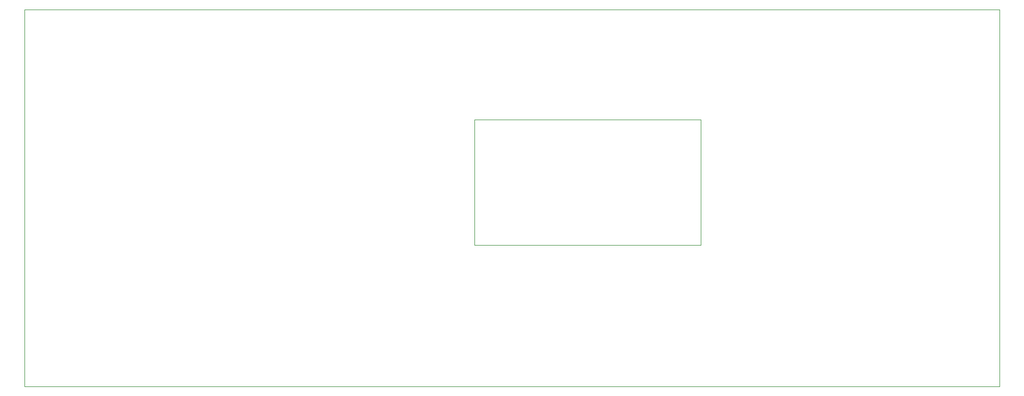
<source format=gbr>
G04 #@! TF.GenerationSoftware,KiCad,Pcbnew,5.1.9*
G04 #@! TF.CreationDate,2021-01-23T21:49:56+01:00*
G04 #@! TF.ProjectId,esp32_air_monitor,65737033-325f-4616-9972-5f6d6f6e6974,0.1*
G04 #@! TF.SameCoordinates,Original*
G04 #@! TF.FileFunction,Profile,NP*
%FSLAX46Y46*%
G04 Gerber Fmt 4.6, Leading zero omitted, Abs format (unit mm)*
G04 Created by KiCad (PCBNEW 5.1.9) date 2021-01-23 21:49:56*
%MOMM*%
%LPD*%
G01*
G04 APERTURE LIST*
G04 #@! TA.AperFunction,Profile*
%ADD10C,0.100000*%
G04 #@! TD*
G04 APERTURE END LIST*
D10*
X139600000Y-89800000D02*
X175600000Y-89800000D01*
X175600000Y-89800000D02*
X175600000Y-109800000D01*
X175600000Y-109800000D02*
X139600000Y-109800000D01*
X139600000Y-109800000D02*
X139600000Y-89800000D01*
X68100000Y-72300000D02*
X223100000Y-72300000D01*
X223100000Y-72300000D02*
X223100000Y-132300000D01*
X223100000Y-132300000D02*
X68100000Y-132300000D01*
X68100000Y-132300000D02*
X68100000Y-72300000D01*
M02*

</source>
